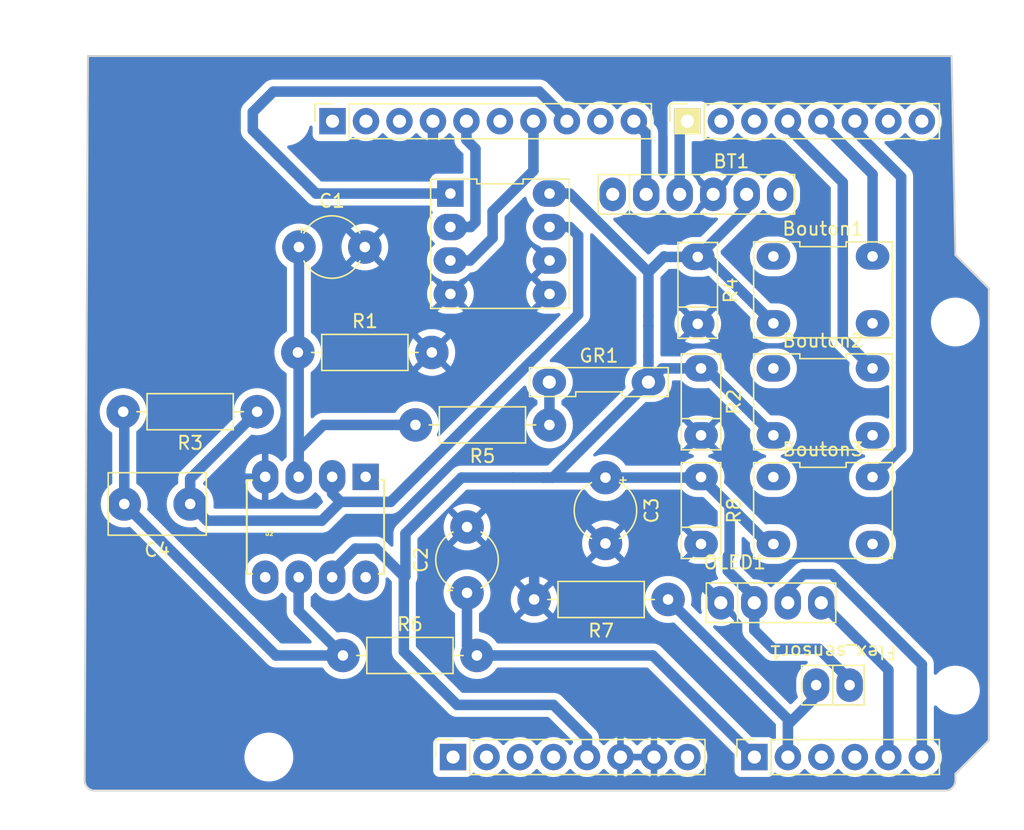
<source format=kicad_pcb>
(kicad_pcb (version 20240108) (generator "pcbnew") (generator_version "8.0")
  (title_block (date "mar. 31 mars 2015"))
  (layers (0 "F.Cu" signal) (31 "B.Cu" power) (34 "B.Paste" user) (35 "F.Paste" user) (36 "B.SilkS" user "B.Silkscreen") (37 "F.SilkS" user "F.Silkscreen") (38 "B.Mask" user) (39 "F.Mask" user) (44 "Edge.Cuts" user))
  (net 0 "")
  (net 1 "GND")
  (net 3 "+5V")
  (net 4 "/IOREF")
  (net 5 "P_SI")
  (net 6 "OLED_SCK")
  (net 7 "/A2")
  (net 8 "/A3")
  (net 9 "P_SCK")
  (net 10 "P_CS")
  (net 11 "OLED_SDT")
  (net 12 "/12")
  (net 13 "/AREF")
  (net 14 "BT_RX")
  (net 15 "FS_ADC")
  (net 16 "ADC")
  (net 17 "ER_SWITCH")
  (net 18 "/*9")
  (net 19 "BT_TX")
  (net 20 "ER_CLK")
  (net 21 "/*6")
  (net 22 "/*5")
  (net 23 "/TX{slash}1")
  (net 24 "ER_DT")
  (net 25 "/RX{slash}0")
  (net 26 "+3V3")
  (net 27 "VCC")
  (net 28 "/~{RESET}")
  (net 29 "Net-(U2-+IN)")
  (net 30 "Net-(U2-OUT)")
  (net 31 "Net-(U1-PB0)")
  (net 35 "/A5")
  (net 36 "/A4")
  (net 37 "Net-(GR1-Pad2)")
  (footprint "Connector_PinSocket_2.54mm:PinSocket_1x08_P2.54mm_Vertical" (layer "F.Cu") (at 127.94 97.46 90)
    (property "Reference" "J1" (hide yes))
    (property "Value" "Power")
    (fp_line (start 1.33 -1.33) (end 1.33 0) (stroke (width 0.12)) (layer "F.SilkS"))
    (fp_line (start 0 -1.33) (end 1.33 -1.33) (stroke (width 0.12)) (layer "F.SilkS"))
    (fp_line (start 1.33 1.27) (end 1.33 19.11) (stroke (width 0.12)) (layer "F.SilkS"))
    (fp_line (start -1.33 1.27) (end 1.33 1.27) (stroke (width 0.12)) (layer "F.SilkS"))
    (fp_line (start -1.33 1.27) (end -1.33 19.11) (stroke (width 0.12)) (layer "F.SilkS"))
    (fp_line (start -1.33 19.11) (end 1.33 19.11) (stroke (width 0.12)) (layer "F.SilkS"))
    (pad "1" thru_hole rect (at 0 0 90) (size 2 2) (drill 1) (layers "*.Cu" "*.Mask"))
    (pad "2" thru_hole oval (at 0 2.54 90) (size 2 2) (drill 1) (layers "*.Cu" "*.Mask") (net 4 "/IOREF"))
    (pad "3" thru_hole oval (at 0 5.08 90) (size 2 2) (drill 1) (layers "*.Cu" "*.Mask") (net 28 "/~{RESET}"))
    (pad "4" thru_hole oval (at 0 7.62 90) (size 2 2) (drill 1) (layers "*.Cu" "*.Mask") (net 26 "+3V3"))
    (pad "5" thru_hole oval (at 0 10.16 90) (size 2 2) (drill 1) (layers "*.Cu" "*.Mask") (net 3 "+5V"))
    (pad "6" thru_hole oval (at 0 12.7 90) (size 2 2) (drill 1) (layers "*.Cu" "*.Mask") (net 1 "GND"))
    (pad "7" thru_hole oval (at 0 15.24 90) (size 2 2) (drill 1) (layers "*.Cu" "*.Mask") (net 1 "GND"))
    (pad "8" thru_hole oval (at 0 17.78 90) (size 2 2) (drill 1) (layers "*.Cu" "*.Mask") (net 27 "VCC"))
  )
  (footprint "Connector_PinSocket_2.54mm:PinSocket_1x06_P2.54mm_Vertical" (layer "F.Cu") (at 150.8 97.46 90)
    (property "Reference" "J3" (hide yes))
    (property "Value" "Analog")
    (fp_line (start 1.33 -1.33) (end 1.33 0) (stroke (width 0.12)) (layer "F.SilkS"))
    (fp_line (start 0 -1.33) (end 1.33 -1.33) (stroke (width 0.12)) (layer "F.SilkS"))
    (fp_line (start 1.33 1.27) (end 1.33 14.03) (stroke (width 0.12)) (layer "F.SilkS"))
    (fp_line (start -1.33 1.27) (end 1.33 1.27) (stroke (width 0.12)) (layer "F.SilkS"))
    (fp_line (start -1.33 1.27) (end -1.33 14.03) (stroke (width 0.12)) (layer "F.SilkS"))
    (fp_line (start -1.33 14.03) (end 1.33 14.03) (stroke (width 0.12)) (layer "F.SilkS"))
    (pad "1" thru_hole rect (at 0 0 90) (size 2 2) (drill 1) (layers "*.Cu" "*.Mask") (net 16 "ADC"))
    (pad "2" thru_hole oval (at 0 2.54 90) (size 2 2) (drill 1) (layers "*.Cu" "*.Mask") (net 15 "FS_ADC"))
    (pad "3" thru_hole oval (at 0 5.08 90) (size 2 2) (drill 1) (layers "*.Cu" "*.Mask") (net 7 "/A2"))
    (pad "4" thru_hole oval (at 0 7.62 90) (size 2 2) (drill 1) (layers "*.Cu" "*.Mask") (net 8 "/A3"))
    (pad "5" thru_hole oval (at 0 10.16 90) (size 2 2) (drill 1) (layers "*.Cu" "*.Mask") (net 11 "OLED_SDT"))
    (pad "6" thru_hole oval (at 0 12.7 90) (size 2 2) (drill 1) (layers "*.Cu" "*.Mask") (net 6 "OLED_SCK"))
  )
  (footprint "Connector_PinSocket_2.54mm:PinSocket_1x10_P2.54mm_Vertical" (layer "F.Cu") (at 118.796 49.2 90)
    (property "Reference" "J2" (hide yes))
    (property "Value" "Digital/PWM")
    (fp_line (start 1.33 -1.33) (end 1.33 0) (stroke (width 0.12)) (layer "F.SilkS"))
    (fp_line (start 0 -1.33) (end 1.33 -1.33) (stroke (width 0.12)) (layer "F.SilkS"))
    (fp_line (start 1.33 1.27) (end 1.33 24.19) (stroke (width 0.12)) (layer "F.SilkS"))
    (fp_line (start -1.33 1.27) (end 1.33 1.27) (stroke (width 0.12)) (layer "F.SilkS"))
    (fp_line (start -1.33 1.27) (end -1.33 24.19) (stroke (width 0.12)) (layer "F.SilkS"))
    (fp_line (start -1.33 24.19) (end 1.33 24.19) (stroke (width 0.12)) (layer "F.SilkS"))
    (pad "1" thru_hole rect (at 0 0 90) (size 2 2) (drill 1) (layers "*.Cu" "*.Mask") (net 35 "/A5"))
    (pad "2" thru_hole oval (at 0 2.54 90) (size 2 2) (drill 1) (layers "*.Cu" "*.Mask") (net 36 "/A4"))
    (pad "3" thru_hole oval (at 0 5.08 90) (size 2 2) (drill 1) (layers "*.Cu" "*.Mask") (net 13 "/AREF"))
    (pad "4" thru_hole oval (at 0 7.62 90) (size 2 2) (drill 1) (layers "*.Cu" "*.Mask") (net 1 "GND"))
    (pad "5" thru_hole oval (at 0 10.16 90) (size 2 2) (drill 1) (layers "*.Cu" "*.Mask") (net 9 "P_SCK"))
    (pad "6" thru_hole oval (at 0 12.7 90) (size 2 2) (drill 1) (layers "*.Cu" "*.Mask") (net 12 "/12"))
    (pad "7" thru_hole oval (at 0 15.24 90) (size 2 2) (drill 1) (layers "*.Cu" "*.Mask") (net 5 "P_SI"))
    (pad "8" thru_hole oval (at 0 17.78 90) (size 2 2) (drill 1) (layers "*.Cu" "*.Mask") (net 10 "P_CS"))
    (pad "9" thru_hole oval (at 0 20.32 90) (size 2 2) (drill 1) (layers "*.Cu" "*.Mask") (net 18 "/*9"))
    (pad "10" thru_hole oval (at 0 22.86 90) (size 2 2) (drill 1) (layers "*.Cu" "*.Mask") (net 14 "BT_RX"))
  )
  (footprint "Connector_PinSocket_2.54mm:PinSocket_1x08_P2.54mm_Vertical" (layer "F.Cu") (at 145.72 49.2 90)
    (property "Reference" "J4" (hide yes))
    (property "Value" "Digital/PWM")
    (fp_line (start 1.33 -1.33) (end 1.33 0) (stroke (width 0.12)) (layer "F.SilkS"))
    (fp_line (start 0 -1.33) (end 1.33 -1.33) (stroke (width 0.12)) (layer "F.SilkS"))
    (fp_line (start 1.33 1.27) (end 1.33 19.11) (stroke (width 0.12)) (layer "F.SilkS"))
    (fp_line (start -1.33 1.27) (end 1.33 1.27) (stroke (width 0.12)) (layer "F.SilkS"))
    (fp_line (start -1.33 1.27) (end -1.33 19.11) (stroke (width 0.12)) (layer "F.SilkS"))
    (fp_line (start -1.33 19.11) (end 1.33 19.11) (stroke (width 0.12)) (layer "F.SilkS"))
    (pad "1" thru_hole rect (at 0 0 90) (size 2 2) (drill 1) (layers "*.Cu" "*.Mask" "F.SilkS") (net 19 "BT_TX"))
    (pad "2" thru_hole oval (at 0 2.54 90) (size 2 2) (drill 1) (layers "*.Cu" "*.Mask") (net 21 "/*6"))
    (pad "3" thru_hole oval (at 0 5.08 90) (size 2 2) (drill 1) (layers "*.Cu" "*.Mask") (net 22 "/*5"))
    (pad "4" thru_hole oval (at 0 7.62 90) (size 2 2) (drill 1) (layers "*.Cu" "*.Mask") (net 24 "ER_DT"))
    (pad "5" thru_hole oval (at 0 10.16 90) (size 2 2) (drill 1) (layers "*.Cu" "*.Mask") (net 20 "ER_CLK"))
    (pad "6" thru_hole oval (at 0 12.7 90) (size 2 2) (drill 1) (layers "*.Cu" "*.Mask") (net 17 "ER_SWITCH"))
    (pad "7" thru_hole oval (at 0 15.24 90) (size 2 2) (drill 1) (layers "*.Cu" "*.Mask") (net 23 "/TX{slash}1"))
    (pad "8" thru_hole oval (at 0 17.78 90) (size 2 2) (drill 1) (layers "*.Cu" "*.Mask") (net 25 "/RX{slash}0"))
  )
  (footprint "Resistor_THT:R_Axial_DIN0207_L6.3mm_D2.5mm_P10.16mm_Horizontal" (layer "F.Cu") (at 113.08 71.25 180)
    (property "Reference" "R3" (at 5.08 -2.37 180) (layer "F.SilkS"))
    (property "Value" "100k")
    (fp_line (start 9.12 0) (end 8.35 0) (stroke (width 0.12)) (layer "F.SilkS"))
    (fp_line (start 8.35 1.37) (end 8.35 -1.37) (stroke (width 0.12)) (layer "F.SilkS"))
    (fp_line (start 8.35 -1.37) (end 1.81 -1.37) (stroke (width 0.12)) (layer "F.SilkS"))
    (fp_line (start 1.81 1.37) (end 8.35 1.37) (stroke (width 0.12)) (layer "F.SilkS"))
    (fp_line (start 1.81 -1.37) (end 1.81 1.37) (stroke (width 0.12)) (layer "F.SilkS"))
    (fp_line (start 1.04 0) (end 1.81 0) (stroke (width 0.12)) (layer "F.SilkS"))
    (pad "1" thru_hole circle (at 0 0 180) (size 2.54 2.54) (drill 0.8) (layers "*.Cu" "*.Mask") (net 31 "Net-(U1-PB0)"))
    (pad "2" thru_hole circle (at 10.16 0 180) (size 2.54 2.54) (drill 0.8) (layers "*.Cu" "*.Mask") (net 30 "Net-(U2-OUT)"))
  )
  (footprint "MaLyb_projet:Res_debout" (layer "F.Cu") (at 146.75 78.75 90)
    (property "Reference" "R8" (at 0 2.5 90) (layer "F.SilkS"))
    (property "Value" "~")
    (fp_line (start 3.64 -1.5) (end 3.64 1.5) (stroke (width 0.12)) (layer "F.SilkS"))
    (fp_line (start -1.27 -1.5) (end -1.27 1.5) (stroke (width 0.12)) (layer "F.SilkS"))
    (fp_line (start -3.64 -1.5) (end 3.64 -1.5) (stroke (width 0.12)) (layer "F.SilkS"))
    (fp_line (start 3.64 1.5) (end -3.64 1.5) (stroke (width 0.12)) (layer "F.SilkS"))
    (fp_line (start -3.64 1.5) (end -3.64 -1.5) (stroke (width 0.12)) (layer "F.SilkS"))
    (pad "1" thru_hole oval (at -2.54 0 90) (size 2 2.54) (drill 0.8) (layers "*.Cu" "*.Mask") (net 1 "GND"))
    (pad "2" thru_hole oval (at 2.54 0 90) (size 2 2.54) (drill 0.8) (layers "*.Cu" "*.Mask") (net 3 "+5V"))
  )
  (footprint "MaLyb_projet:Bouton" (layer "F.Cu") (at 156 78.75 -90)
    (property "Reference" "Bouton3" (at -4.64 0 0) (layer "F.SilkS"))
    (property "Value" "~")
    (fp_line (start -3.64 5.26) (end 3.639999 5.26) (stroke (width 0.12)) (layer "F.SilkS"))
    (fp_line (start 3.639999 5.26) (end 3.64 -5.26) (stroke (width 0.12)) (layer "F.SilkS"))
    (fp_line (start -3.64 1.753333) (end -3.64 5.26) (stroke (width 0.12)) (layer "F.SilkS"))
    (fp_line (start -3.28 1.753333) (end -3.64 1.753333) (stroke (width 0.12)) (layer "F.SilkS"))
    (fp_line (start -3.64 -1.753333) (end -3.28 -1.753333) (stroke (width 0.12)) (layer "F.SilkS"))
    (fp_line (start -3.28 -1.753333) (end -3.28 1.753333) (stroke (width 0.12)) (layer "F.SilkS"))
    (fp_line (start -3.639999 -5.26) (end -3.64 -1.753333) (stroke (width 0.12)) (layer "F.SilkS"))
    (fp_line (start 3.64 -5.26) (end -3.639999 -5.26) (stroke (width 0.12)) (layer "F.SilkS"))
    (pad "1" thru_hole oval (at -2.54 3.76 270) (size 2 2.54) (drill 0.8) (layers "*.Cu" "*.Mask"))
    (pad "2" thru_hole oval (at 2.54 3.76 270) (size 2 2.54) (drill 0.8) (layers "*.Cu" "*.Mask") (net 3 "+5V"))
    (pad "3" thru_hole oval (at -2.54 -3.76 270) (size 2 2.54) (drill 0.8) (layers "*.Cu" "*.Mask") (net 17 "ER_SWITCH"))
    (pad "4" thru_hole oval (at 2.54 -3.76 270) (size 2 2.54) (drill 0.8) (layers "*.Cu" "*.Mask"))
  )
  (footprint "MaLyb_projet:OLED" (layer "F.Cu") (at 152.06 85.75)
    (property "Reference" "OLED1" (at -2.75 -3.06 0) (layer "F.SilkS"))
    (property "Value" "~")
    (fp_line (start -4.91 -1.5) (end 4.91 -1.5) (stroke (width 0.12)) (layer "F.SilkS"))
    (fp_line (start -4.91 1.5) (end -4.91 -1.5) (stroke (width 0.12)) (layer "F.SilkS"))
    (fp_line (start -2.54 -1.5) (end -2.54 1.5) (stroke (width 0.12)) (layer "F.SilkS"))
    (fp_line (start 4.91 -1.5) (end 4.91 1.5) (stroke (width 0.12)) (layer "F.SilkS"))
    (fp_line (start 4.91 1.5) (end -4.91 1.5) (stroke (width 0.12)) (layer "F.SilkS"))
    (pad "1" thru_hole oval (at -3.81 0) (size 2 2.54) (drill 1) (layers "*.Cu" "*.Mask") (net 1 "GND"))
    (pad "2" thru_hole oval (at -1.27 0) (size 2 2.54) (drill 1) (layers "*.Cu" "*.Mask") (net 3 "+5V"))
    (pad "3" thru_hole oval (at 1.27 0) (size 2 2.54) (drill 1) (layers "*.Cu" "*.Mask") (net 6 "OLED_SCK"))
    (pad "4" thru_hole oval (at 3.81 0) (size 2 2.54) (drill 1) (layers "*.Cu" "*.Mask") (net 11 "OLED_SDT"))
  )
  (footprint "Capacitor_THT:CP_Radial_Tantal_D4.5mm_P5.00mm" (layer "F.Cu") (at 116.25 58.75)
    (property "Reference" "C1" (at 2.5 -3.5 0) (layer "F.SilkS"))
    (property "Value" "100n")
    (fp_line (start -0.037288 -1.335) (end 0.412712 -1.335) (stroke (width 0.12)) (layer "F.SilkS"))
    (fp_line (start 0.187712 -1.56) (end 0.187712 -1.11) (stroke (width 0.12)) (layer "F.SilkS"))
    (fp_arc (start 0.380259 -1.06) (mid 2.5 -2.37) (end 4.619741 -1.06) (stroke (width 0.12)) (layer "F.SilkS"))
    (fp_arc (start 4.619741 1.06) (mid 2.5 2.37) (end 0.380259 1.06) (stroke (width 0.12)) (layer "F.SilkS"))
    (pad "1" thru_hole circle (at 0 0) (size 2.54 2.54) (drill 0.8) (layers "*.Cu" "*.Mask") (net 29 "Net-(U2-+IN)"))
    (pad "2" thru_hole circle (at 5 0) (size 2.54 2.54) (drill 0.8) (layers "*.Cu" "*.Mask") (net 1 "GND"))
  )
  (footprint "Capacitor_THT:C_Rect_L7.2mm_W4.5mm_P5.00mm_FKS2_FKP2_MKS2_MKP2" (layer "F.Cu") (at 108 78.25 180)
    (property "Reference" "C4" (at 2.5 -3.5 180) (layer "F.SilkS"))
    (property "Value" "1µ")
    (fp_line (start 6.22 -2.37) (end 6.22 2.37) (stroke (width 0.12)) (layer "F.SilkS"))
    (fp_line (start -1.22 2.37) (end 6.22 2.37) (stroke (width 0.12)) (layer "F.SilkS"))
    (fp_line (start -1.22 -2.37) (end 6.22 -2.37) (stroke (width 0.12)) (layer "F.SilkS"))
    (fp_line (start -1.22 -2.37) (end -1.22 2.37) (stroke (width 0.12)) (layer "F.SilkS"))
    (pad "1" thru_hole circle (at 0 0 180) (size 2.54 2.54) (drill 0.8) (layers "*.Cu" "*.Mask") (net 31 "Net-(U1-PB0)"))
    (pad "2" thru_hole circle (at 5 0 180) (size 2.54 2.54) (drill 0.8) (layers "*.Cu" "*.Mask") (net 30 "Net-(U2-OUT)"))
  )
  (footprint "Resistor_THT:R_Axial_DIN0207_L6.3mm_D2.5mm_P10.16mm_Horizontal" (layer "F.Cu") (at 144.25 85.5 180)
    (property "Reference" "R7" (at 5.08 -2.37 180) (layer "F.SilkS"))
    (property "Value" "47k")
    (fp_line (start 9.12 0) (end 8.35 0) (stroke (width 0.12)) (layer "F.SilkS"))
    (fp_line (start 8.35 1.37) (end 8.35 -1.37) (stroke (width 0.12)) (layer "F.SilkS"))
    (fp_line (start 8.35 -1.37) (end 1.81 -1.37) (stroke (width 0.12)) (layer "F.SilkS"))
    (fp_line (start 1.81 1.37) (end 8.35 1.37) (stroke (width 0.12)) (layer "F.SilkS"))
    (fp_line (start 1.81 -1.37) (end 1.81 1.37) (stroke (width 0.12)) (layer "F.SilkS"))
    (fp_line (start 1.04 0) (end 1.81 0) (stroke (width 0.12)) (layer "F.SilkS"))
    (pad "1" thru_hole circle (at 0 0 180) (size 2.54 2.54) (drill 0.8) (layers "*.Cu" "*.Mask") (net 15 "FS_ADC"))
    (pad "2" thru_hole circle (at 10.16 0 180) (size 2.54 2.54) (drill 0.8) (layers "*.Cu" "*.Mask") (net 1 "GND"))
  )
  (footprint "Capacitor_THT:CP_Radial_Tantal_D4.5mm_P5.00mm" (layer "F.Cu") (at 139.5 76.25 -90)
    (property "Reference" "C3" (at 2.5 -3.5 90) (layer "F.SilkS"))
    (property "Value" "100n")
    (fp_line (start -0.037288 -1.335) (end 0.412712 -1.335) (stroke (width 0.12)) (layer "F.SilkS"))
    (fp_line (start 0.187712 -1.56) (end 0.187712 -1.11) (stroke (width 0.12)) (layer "F.SilkS"))
    (fp_arc (start 4.619741 1.06) (mid 2.5 2.37) (end 0.380259 1.06) (stroke (width 0.12)) (layer "F.SilkS"))
    (fp_arc (start 0.380259 -1.06) (mid 2.5 -2.37) (end 4.619741 -1.06) (stroke (width 0.12)) (layer "F.SilkS"))
    (pad "1" thru_hole circle (at 0 0 270) (size 2.54 2.54) (drill 0.8) (layers "*.Cu" "*.Mask") (net 3 "+5V"))
    (pad "2" thru_hole circle (at 5 0 270) (size 2.54 2.54) (drill 0.8) (layers "*.Cu" "*.Mask") (net 1 "GND"))
  )
  (footprint "MaLyb_projet:MCP41100" (layer "F.Cu") (at 131.5 58.5 -90)
    (property "Reference" "U1" (hide yes))
    (property "Value" "MCP41100")
    (fp_line (start -4.91 5.26) (end 4.91 5.26) (stroke (width 0.12)) (layer "F.SilkS"))
    (fp_line (start 4.91 5.26) (end 4.91 -5.26) (stroke (width 0.12)) (layer "F.SilkS"))
    (fp_line (start -4.91 1.753333) (end -4.91 5.26) (stroke (width 0.12)) (layer "F.SilkS"))
    (fp_line (start -4.55 1.753333) (end -4.91 1.753333) (stroke (width 0.12)) (layer "F.SilkS"))
    (fp_line (start -4.91 -1.753333) (end -4.55 -1.753333) (stroke (width 0.12)) (layer "F.SilkS"))
    (fp_line (start -4.55 -1.753333) (end -4.55 1.753333) (stroke (width 0.12)) (layer "F.SilkS"))
    (fp_line (start -4.91 -5.26) (end -4.91 -1.753333) (stroke (width 0.12)) (layer "F.SilkS"))
    (fp_line (start 4.91 -5.26) (end -4.91 -5.26) (stroke (width 0.12)) (layer "F.SilkS"))
    (pad "1" thru_hole rect (at -3.81 3.76 270) (size 2 2) (drill 0.8) (layers "*.Cu" "*.Mask") (net 10 "P_CS"))
    (pad "2" thru_hole oval (at -1.27 3.76 270) (size 2 2.54) (drill 0.8) (layers "*.Cu" "*.Mask") (net 9 "P_SCK"))
    (pad "3" thru_hole oval (at 1.27 3.76 270) (size 2 2.54) (drill 0.8) (layers "*.Cu" "*.Mask") (net 5 "P_SI"))
    (pad "4" thru_hole oval (at 3.81 3.76 270) (size 2 2.54) (drill 0.8) (layers "*.Cu" "*.Mask") (net 1 "GND"))
    (pad "5" thru_hole oval (at 3.81 -3.76 270) (size 2 2.54) (drill 0.8) (layers "*.Cu" "*.Mask") (net 1 "GND"))
    (pad "6" thru_hole oval (at 1.27 -3.76 270) (size 2 2.54) (drill 0.8) (layers "*.Cu" "*.Mask") (net 1 "GND"))
    (pad "7" thru_hole oval (at -1.27 -3.76 270) (size 2 2.54) (drill 0.8) (layers "*.Cu" "*.Mask") (net 31 "Net-(U1-PB0)"))
    (pad "8" thru_hole oval (at -3.81 -3.76 270) (size 2 2.54) (drill 0.8) (layers "*.Cu" "*.Mask") (net 3 "+5V"))
  )
  (footprint "Arduino_MountingHole:MountingHole_3.2mm" (layer "F.Cu") (at 115.24 49.2)
    (property "Reference" "MH1" (hide yes))
    (property "Value" "MountingHole_3.2mm" (hide yes))
    (pad "" np_thru_hole circle (at 0 0) (size 3.2 3.2) (drill 3.2) (layers "*.Cu" "*.Mask"))
  )
  (footprint "MaLyb_projet:Res_debout" (layer "F.Cu") (at 146.75 70.5 90)
    (property "Reference" "R2" (at 0 2.5 90) (layer "F.SilkS"))
    (property "Value" "~")
    (fp_line (start 3.64 -1.5) (end 3.64 1.5) (stroke (width 0.12)) (layer "F.SilkS"))
    (fp_line (start -1.27 -1.5) (end -1.27 1.5) (stroke (width 0.12)) (layer "F.SilkS"))
    (fp_line (start -3.64 -1.5) (end 3.64 -1.5) (stroke (width 0.12)) (layer "F.SilkS"))
    (fp_line (start 3.64 1.5) (end -3.64 1.5) (stroke (width 0.12)) (layer "F.SilkS"))
    (fp_line (start -3.64 1.5) (end -3.64 -1.5) (stroke (width 0.12)) (layer "F.SilkS"))
    (pad "1" thru_hole oval (at -2.54 0 90) (size 2 2.54) (drill 0.8) (layers "*.Cu" "*.Mask") (net 1 "GND"))
    (pad "2" thru_hole oval (at 2.54 0 90) (size 2 2.54) (drill 0.8) (layers "*.Cu" "*.Mask") (net 3 "+5V"))
  )
  (footprint "MaLyb_projet:Bouton" (layer "F.Cu") (at 156 62 -90)
    (property "Reference" "Bouton1" (at -4.64 0 0) (layer "F.SilkS"))
    (property "Value" "~")
    (fp_line (start -3.64 5.26) (end 3.639999 5.26) (stroke (width 0.12)) (layer "F.SilkS"))
    (fp_line (start 3.639999 5.26) (end 3.64 -5.26) (stroke (width 0.12)) (layer "F.SilkS"))
    (fp_line (start -3.64 1.753333) (end -3.64 5.26) (stroke (width 0.12)) (layer "F.SilkS"))
    (fp_line (start -3.28 1.753333) (end -3.64 1.753333) (stroke (width 0.12)) (layer "F.SilkS"))
    (fp_line (start -3.64 -1.753333) (end -3.28 -1.753333) (stroke (width 0.12)) (layer "F.SilkS"))
    (fp_line (start -3.28 -1.753333) (end -3.28 1.753333) (stroke (width 0.12)) (layer "F.SilkS"))
    (fp_line (start -3.639999 -5.26) (end -3.64 -1.753333) (stroke (width 0.12)) (layer "F.SilkS"))
    (fp_line (start 3.64 -5.26) (end -3.639999 -5.26) (stroke (width 0.12)) (layer "F.SilkS"))
    (pad "1" thru_hole oval (at -2.54 3.76 270) (size 2 2.54) (drill 0.8) (layers "*.Cu" "*.Mask"))
    (pad "2" thru_hole oval (at 2.54 3.76 270) (size 2 2.54) (drill 0.8) (layers "*.Cu" "*.Mask") (net 3 "+5V"))
    (pad "3" thru_hole oval (at -2.54 -3.76 270) (size 2 2.54) (drill 0.8) (layers "*.Cu" "*.Mask") (net 20 "ER_CLK"))
    (pad "4" thru_hole oval (at 2.54 -3.76 270) (size 2 2.54) (drill 0.8) (layers "*.Cu" "*.Mask"))
  )
  (footprint "Capacitor_THT:CP_Radial_Tantal_D4.5mm_P5.00mm" (layer "F.Cu") (at 129 85 90)
    (property "Reference" "C2" (at 2.5 -3.5 -90) (layer "F.SilkS"))
    (property "Value" "100n")
    (fp_line (start 0.187712 -1.56) (end 0.187712 -1.11) (stroke (width 0.12)) (layer "F.SilkS"))
    (fp_line (start -0.037288 -1.335) (end 0.412712 -1.335) (stroke (width 0.12)) (layer "F.SilkS"))
    (fp_arc (start 0.380259 -1.06) (mid 2.5 -2.37) (end 4.619741 -1.06) (stroke (width 0.12)) (layer "F.SilkS"))
    (fp_arc (start 4.619741 1.06) (mid 2.5 2.37) (end 0.380259 1.06) (stroke (width 0.12)) (layer "F.SilkS"))
    (pad "1" thru_hole circle (at 0 0 90) (size 2.54 2.54) (drill 0.8) (layers "*.Cu" "*.Mask") (net 16 "ADC"))
    (pad "2" thru_hole circle (at 5 0 90) (size 2.54 2.54) (drill 0.8) (layers "*.Cu" "*.Mask") (net 1 "GND"))
  )
  (footprint "Resistor_THT:R_Axial_DIN0207_L6.3mm_D2.5mm_P10.16mm_Horizontal" (layer "F.Cu") (at 119.59 89.75)
    (property "Reference" "R6" (at 5.08 -2.37 0) (layer "F.SilkS"))
    (property "Value" "1k")
    (fp_line (start 1.04 0) (end 1.81 0) (stroke (width 0.12)) (layer "F.SilkS"))
    (fp_line (start 1.81 -1.37) (end 1.81 1.37) (stroke (width 0.12)) (layer "F.SilkS"))
    (fp_line (start 1.81 1.37) (end 8.35 1.37) (stroke (width 0.12)) (layer "F.SilkS"))
    (fp_line (start 8.35 -1.37) (end 1.81 -1.37) (stroke (width 0.12)) (layer "F.SilkS"))
    (fp_line (start 8.35 1.37) (end 8.35 -1.37) (stroke (width 0.12)) (layer "F.SilkS"))
    (fp_line (start 9.12 0) (end 8.35 0) (stroke (width 0.12)) (layer "F.SilkS"))
    (pad "1" thru_hole circle (at 0 0) (size 2.54 2.54) (drill 0.8) (layers "*.Cu" "*.Mask") (net 30 "Net-(U2-OUT)"))
    (pad "2" thru_hole circle (at 10.16 0) (size 2.54 2.54) (drill 0.8) (layers "*.Cu" "*.Mask") (net 16 "ADC"))
  )
  (footprint "MaLyb_projet:LTC1050" (layer "F.Cu") (at 113.69 83.81 -90)
    (property "Reference" "U2" (at -3.31 -0.31 180) (layer "F.SilkS") (effects (font (size 0.314961 0.314961))))
    (property "Value" "LTC1050ACN8_PBF")
    (fp_line (start -7.366 1.397) (end -0.254 1.397) (stroke (width 0.1524)) (layer "F.SilkS"))
    (fp_line (start -0.254 1.397) (end -0.254 0.9906) (stroke (width 0.1524)) (layer "F.SilkS"))
    (fp_line (start -7.366 0.9906) (end -7.366 1.397) (stroke (width 0.1524)) (layer "F.SilkS"))
    (fp_line (start -0.254 -8.6106) (end -0.254 -9.017) (stroke (width 0.1524)) (layer "F.SilkS"))
    (fp_line (start -7.366 -9.017) (end -7.366 -8.6614) (stroke (width 0.1524)) (layer "F.SilkS"))
    (fp_line (start -0.254 -9.017) (end -7.366 -9.017) (stroke (width 0.1524)) (layer "F.SilkS"))
    (pad "1" thru_hole rect (at -7.62 -7.62 270) (size 2 2) (drill 0.8) (layers "*.Cu" "*.Mask"))
    (pad "2" thru_hole oval (at -7.62 -5.08 270) (size 2.54 2) (drill 0.8) (layers "*.Cu" "*.Mask") (net 31 "Net-(U1-PB0)"))
    (pad "3" thru_hole oval (at -7.62 -2.54 270) (size 2.54 2) (drill 0.8) (layers "*.Cu" "*.Mask") (net 29 "Net-(U2-+IN)"))
    (pad "4" thru_hole oval (at -7.62 0 270) (size 2.54 2) (drill 0.8) (layers "*.Cu" "*.Mask") (net 1 "GND"))
    (pad "5" thru_hole oval (at 0 0 270) (size 2.54 2) (drill 0.8) (layers "*.Cu" "*.Mask"))
    (pad "6" thru_hole oval (at 0 -2.54 270) (size 2.54 2) (drill 0.8) (layers "*.Cu" "*.Mask") (net 30 "Net-(U2-OUT)"))
    (pad "7" thru_hole oval (at 0 -5.08 270) (size 2.54 2) (drill 0.8) (layers "*.Cu" "*.Mask") (net 3 "+5V"))
    (pad "8" thru_hole oval (at 0 -7.62 270) (size 2.54 2) (drill 0.8) (layers "*.Cu" "*.Mask"))
  )
  (footprint "MaLyb_projet:Res_debout" (layer "F.Cu") (at 146.5 62.04 90)
    (property "Reference" "R4" (at 0 2.5 90) (layer "F.SilkS"))
    (property "Value" "~")
    (fp_line (start 3.64 -1.5) (end 3.64 1.5) (stroke (width 0.12)) (layer "F.SilkS"))
    (fp_line (start -1.27 -1.5) (end -1.27 1.5) (stroke (width 0.12)) (layer "F.SilkS"))
    (fp_line (start -3.64 -1.5) (end 3.64 -1.5) (stroke (width 0.12)) (layer "F.SilkS"))
    (fp_line (start 3.64 1.5) (end -3.64 1.5) (stroke (width 0.12)) (layer "F.SilkS"))
    (fp_line (start -3.64 1.5) (end -3.64 -1.5) (stroke (width 0.12)) (layer "F.SilkS"))
    (pad "1" thru_hole oval (at -2.54 0 90) (size 2 2.54) (drill 0.8) (layers "*.Cu" "*.Mask") (net 1 "GND"))
    (pad "2" thru_hole oval (at 2.54 0 90) (size 2 2.54) (drill 0.8) (layers "*.Cu" "*.Mask") (net 3 "+5V"))
  )
  (footprint "MaLyb_projet:Capteur_GR" (layer "F.Cu") (at 139 69 90)
    (property "Reference" "GR1" (at 2 0 0) (layer "F.SilkS"))
    (property "Value" "~")
    (fp_line (start 1.1 -5.26) (end -1.099999 -5.26) (stroke (width 0.12)) (layer "F.SilkS"))
    (fp_line (start -1.099999 -5.26) (end -1.1 -1.753333) (stroke (width 0.12)) (layer "F.SilkS"))
    (fp_line (start -0.739999 -1.753333) (end -0.74 1.753333) (stroke (width 0.12)) (layer "F.SilkS"))
    (fp_line (start -1.1 -1.753333) (end -0.739999 -1.753333) (stroke (width 0.12)) (layer "F.SilkS"))
    (fp_line (start -0.74 1.753333) (end -1.1 1.753333) (stroke (width 0.12)) (layer "F.SilkS"))
    (fp_line (start -1.1 1.753333) (end -1.1 5.26) (stroke (width 0.12)) (layer "F.SilkS"))
    (fp_line (start 1.099999 5.26) (end 1.1 -5.26) (stroke (width 0.12)) (layer "F.SilkS"))
    (fp_line (start -1.1 5.26) (end 1.099999 5.26) (stroke (width 0.12)) (layer "F.SilkS"))
    (pad "1" thru_hole oval (at 0 3.76 90) (size 2 2.54) (drill 1) (layers "*.Cu" "*.Mask") (net 3 "+5V"))
    (pad "2" thru_hole oval (at 0 -3.76 90) (size 2 2.54) (drill 1) (layers "*.Cu" "*.Mask") (net 37 "Net-(GR1-Pad2)"))
  )
  (footprint "Resistor_THT:R_Axial_DIN0207_L6.3mm_D2.5mm_P10.16mm_Horizontal" (layer "F.Cu") (at 135.25 72.25 180)
    (property "Reference" "R5" (at 5.08 -2.37 180) (layer "F.SilkS"))
    (property "Value" "10k")
    (fp_line (start 9.12 0) (end 8.35 0) (stroke (width 0.12)) (layer "F.SilkS"))
    (fp_line (start 8.35 1.37) (end 8.35 -1.37) (stroke (width 0.12)) (layer "F.SilkS"))
    (fp_line (start 8.35 -1.37) (end 1.81 -1.37) (stroke (width 0.12)) (layer "F.SilkS"))
    (fp_line (start 1.81 1.37) (end 8.35 1.37) (stroke (width 0.12)) (layer "F.SilkS"))
    (fp_line (start 1.81 -1.37) (end 1.81 1.37) (stroke (width 0.12)) (layer "F.SilkS"))
    (fp_line (start 1.04 0) (end 1.81 0) (stroke (width 0.12)) (layer "F.SilkS"))
    (pad "1" thru_hole circle (at 0 0 180) (size 2.54 2.54) (drill 0.8) (layers "*.Cu" "*.Mask") (net 37 "Net-(GR1-Pad2)"))
    (pad "2" thru_hole circle (at 10.16 0 180) (size 2.54 2.54) (drill 0.8) (layers "*.Cu" "*.Mask") (net 29 "Net-(U2-+IN)"))
  )
  (footprint "Resistor_THT:R_Axial_DIN0207_L6.3mm_D2.5mm_P10.16mm_Horizontal" (layer "F.Cu") (at 116.17 66.75)
    (property "Reference" "R1" (at 5.08 -2.37 0) (layer "F.SilkS"))
    (property "Value" "100k")
    (fp_line (start 1.04 0) (end 1.81 0) (stroke (width 0.12)) (layer "F.SilkS"))
    (fp_line (start 1.81 -1.37) (end 1.81 1.37) (stroke (width 0.12)) (layer "F.SilkS"))
    (fp_line (start 1.81 1.37) (end 8.35 1.37) (stroke (width 0.12)) (layer "F.SilkS"))
    (fp_line (start 8.35 -1.37) (end 1.81 -1.37) (stroke (width 0.12)) (layer "F.SilkS"))
    (fp_line (start 8.35 1.37) (end 8.35 -1.37) (stroke (width 0.12)) (layer "F.SilkS"))
    (fp_line (start 9.12 0) (end 8.35 0) (stroke (width 0.12)) (layer "F.SilkS"))
    (pad "1" thru_hole circle (at 0 0) (size 2.54 2.54) (drill 0.8) (layers "*.Cu" "*.Mask") (net 29 "Net-(U2-+IN)"))
    (pad "2" thru_hole circle (at 10.16 0) (size 2.54 2.54) (drill 0.8) (layers "*.Cu" "*.Mask") (net 1 "GND"))
  )
  (footprint "MaLyb_projet:Bouton" (layer "F.Cu") (at 156 70.5 -90)
    (property "Reference" "Bouton2" (at -4.64 0 0) (layer "F.SilkS"))
    (property "Value" "~")
    (fp_line (start -3.64 5.26) (end 3.639999 5.26) (stroke (width 0.12)) (layer "F.SilkS"))
    (fp_line (start 3.639999 5.26) (end 3.64 -5.26) (stroke (width 0.12)) (layer "F.SilkS"))
    (fp_line (start -3.64 1.753333) (end -3.64 5.26) (stroke (width 0.12)) (layer "F.SilkS"))
    (fp_line (start -3.28 1.753333) (end -3.64 1.753333) (stroke (width 0.12)) (layer "F.SilkS"))
    (fp_line (start -3.64 -1.753333) (end -3.28 -1.753333) (stroke (width 0.12)) (layer "F.SilkS"))
    (fp_line (start -3.28 -1.753333) (end -3.28 1.753333) (stroke (width 0.12)) (layer "F.SilkS"))
    (fp_line (start -3.639999 -5.26) (end -3.64 -1.753333) (stroke (width 0.12)) (layer "F.SilkS"))
    (fp_line (start 3.64 -5.26) (end -3.639999 -5.26) (stroke (width 0.12)) (layer "F.SilkS"))
    (pad "1" thru_hole oval (at -2.54 3.76 270) (size 2 2.54) (drill 0.8) (layers "*.Cu" "*.Mask"))
    (pad "2" thru_hole oval (at 2.54 3.76 270) (size 2 2.54) (drill 0.8) (layers "*.Cu" "*.Mask") (net 3 "+5V"))
    (pad "3" thru_hole oval (at -2.54 -3.76 270) (size 2 2.54) (drill 0.8) (layers "*.Cu" "*.Mask") (net 24 "ER_DT"))
    (pad "4" thru_hole oval (at 2.54 -3.76 270) (size 2 2.54) (drill 0.8) (layers "*.Cu" "*.Mask"))
  )
  (footprint "Arduino_MountingHole:MountingHole_3.2mm" (layer "F.Cu") (at 113.97 97.46)
    (property "Reference" "MH2" (hide yes))
    (property "Value" "MountingHole_3.2mm" (hide yes))
    (pad "" np_thru_hole circle (at 0 0) (size 3.2 3.2) (drill 3.2) (layers "*.Cu" "*.Mask"))
  )
  (footprint "Arduino_MountingHole:MountingHole_3.2mm" (layer "F.Cu") (at 166.04 64.44)
    (property "Reference" "MH3" (hide yes))
    (property "Value" "MountingHole_3.2mm" (hide yes))
    (pad "" np_thru_hole circle (at 0 0) (size 3.2 3.2) (drill 3.2) (layers "*.Cu" "*.Mask"))
  )
  (footprint "Arduino_MountingHole:MountingHole_3.2mm" (layer "F.Cu") (at 166.04 92.38)
    (property "Reference" "MH4" (hide yes))
    (property "Value" "MountingHole_3.2mm" (hide yes))
    (pad "" np_thru_hole circle (at 0 0) (size 3.2 3.2) (drill 3.2) (layers "*.Cu" "*.Mask"))
  )
  (footprint "MaLyb_projet:Flex_Sensor" (layer "F.Cu") (at 156.75 92 180)
    (property "Reference" "Flex_sensor1" (at 0 2.5 180) (layer "F.SilkS"))
    (property "Value" "~")
    (fp_line (start 2.37 1.5) (end -2.37 1.5) (stroke (width 0.12)) (layer "F.SilkS"))
    (fp_line (start 2.37 -1.5) (end 2.37 1.5) (stroke (width 0.12)) (layer "F.SilkS"))
    (fp_line (start 0 -1.5) (end 0 1.5) (stroke (width 0.12)) (layer "F.SilkS"))
    (fp_line (start -2.37 1.5) (end -2.37 -1.5) (stroke (width 0.12)) (layer "F.SilkS"))
    (fp_line (start -2.37 -1.5) (end 2.37 -1.5) (stroke (width 0.12)) (layer "F.SilkS"))
    (pad "1" thru_hole oval (at -1.27 0 180) (size 2 2.54) (drill 0.8) (layers "*.Cu" "*.Mask") (net 3 "+5V"))
    (pad "2" thru_hole oval (at 1.27 0 180) (size 2 2.54) (drill 0.8) (layers "*.Cu" "*.Mask") (net 15 "FS_ADC"))
  )
  (footprint "MaLyb_projet:HT-05" (layer "F.Cu") (at 146.4 54.75)
    (property "Reference" "BT1" (at 2.65 -2.5 0) (layer "F.SilkS"))
    (property "Value" "~")
    (fp_line (start -7.45 -1.5) (end 7.45 -1.5) (stroke (width 0.12)) (layer "F.SilkS"))
    (fp_line (start -7.45 1.5) (end -7.45 -1.5) (stroke (width 0.12)) (layer "F.SilkS"))
    (fp_line (start -5.08 -1.5) (end -5.08 1.5) (stroke (width 0.12)) (layer "F.SilkS"))
    (fp_line (start 7.45 -1.5) (end 7.45 1.5) (stroke (width 0.12)) (layer "F.SilkS"))
    (fp_line (start 7.45 1.5) (end -7.45 1.5) (stroke (width 0.12)) (layer "F.SilkS"))
    (pad "1" thru_hole oval (at -6.35 0) (size 2 2.54) (drill 1) (layers "*.Cu" "*.Mask"))
    (pad "2" thru_hole oval (at -3.81 0) (size 2 2.54) (drill 1) (layers "*.Cu" "*.Mask") (net 14 "BT_RX"))
    (pad "3" thru_hole oval (at -1.27 0) (size 2 2.54) (drill 1) (layers "*.Cu" "*.Mask" "Eco2.User") (net 19 "BT_TX"))
    (pad "4" thru_hole oval (at 1.27 0) (size 2 2.54) (drill 1) (layers "*.Cu" "*.Mask") (net 1 "GND"))
    (pad "5" thru_hole oval (at 3.81 0) (size 2 2.54) (drill 1) (layers "*.Cu" "*.Mask") (net 3 "+5V"))
    (pad "6" thru_hole oval (at 6.35 0) (size 2 2.54) (drill 1) (layers "*.Cu" "*.Mask"))
  )
  (gr_line (start 166.04 59.36) (end 168.58 61.9) (stroke (width 0.15)) (layer "Edge.Cuts"))
  (gr_line (start 100 99.238) (end 100.25 44.25) (stroke (width 0.15)) (layer "Edge.Cuts"))
  (gr_line (start 168.58 61.9) (end 168.58 96.19) (stroke (width 0.15)) (layer "Edge.Cuts"))
  (gr_line (start 165.278 100) (end 100.762 100) (stroke (width 0.15)) (layer "Edge.Cuts"))
  (gr_line (start 100.25 44.25) (end 165.75 44.25) (stroke (width 0.15)) (layer "Edge.Cuts"))
  (gr_arc (start 100.762 100) (mid 100.223185 99.776815) (end 100 99.238) (stroke (width 0.15)) (layer "Edge.Cuts"))
  (gr_line (start 168.58 96.19) (end 166.04 98.73) (stroke (width 0.15)) (layer "Edge.Cuts"))
  (gr_arc (start 166.04 99.238) (mid 165.816815 99.776815) (end 165.278 100) (stroke (width 0.15)) (layer "Edge.Cuts"))
  (gr_line (start 165.75 44.25) (end 166.04 59.36) (stroke (width 0.15)) (layer "Edge.Cuts"))
  (gr_line (start 166.04 98.73) (end 166.04 99.238) (stroke (width 0.15)) (layer "Edge.Cuts"))
  (segment (start 126.416 51.416) (end 126.5 51.5) (width 0.8) (layer "B.Cu") (net 1))
  (segment (start 126.416 49.2) (end 126.416 51.416) (width 0.8) (layer "B.Cu") (net 1))
  (segment (start 134.09 85.5) (end 134.09 82.66) (width 0.8) (layer "B.Cu") (net 1))
  (segment (start 146.25 83.75) (end 145.75 83.75) (width 0.8) (layer "B.Cu") (net 1))
  (segment (start 134.09 82.66) (end 134.25 82.5) (width 0.8) (layer "B.Cu") (net 1))
  (segment (start 148.25 85.75) (end 146.25 83.75) (width 0.8) (layer "B.Cu") (net 1))
  (segment (start 147.2 59.5) (end 152.24 64.54) (width 0.8) (layer "B.Cu") (net 3))
  (segment (start 142.76 60.66) (end 136.79 54.69) (width 0.8) (layer "B.Cu") (net 3))
  (segment (start 139.5 76.25) (end 134.75 76.25) (width 0.8) (layer "B.Cu") (net 3))
  (segment (start 124.327322 80.5) (end 124.327322 83.749684) (width 0.8) (layer "B.Cu") (net 3))
  (segment (start 138.1 96.045787) (end 135.554213 93.5) (width 0.8) (layer "B.Cu") (net 3))
  (segment (start 146.75 67.96) (end 147.16 67.96) (width 0.8) (layer "B.Cu") (net 3))
  (segment (start 132.5 76.25) (end 134.75 76.25) (width 0.8) (layer "B.Cu") (net 3))
  (segment (start 146.75 67.96) (end 143.8 67.96) (width 0.8) (layer "B.Cu") (net 3))
  (segment (start 138.1 97.46) (end 138.1 96.045787) (width 0.8) (layer "B.Cu") (net 3))
  (segment (start 147.16 67.96) (end 152.24 73.04) (width 0.8) (layer "B.Cu") (net 3))
  (segment (start 135.51 76.25) (end 142.76 69) (width 0.8) (layer "B.Cu") (net 3))
  (segment (start 150.79 85.75) (end 150.79 87.82) (width 0.8) (layer "B.Cu") (net 3))
  (segment (start 143.96 59.46) (end 142.76 60.66) (width 0.8) (layer "B.Cu") (net 3))
  (segment (start 148.787006 82.21) (end 148.92 82.077006) (width 0.8) (layer "B.Cu") (net 3))
  (segment (start 124.327322 83.749684) (end 124.20669 83.749684) (width 0.8) (layer "B.Cu") (net 3))
  (segment (start 142.76 64.75) (end 142.76 64) (width 0.8) (layer "B.Cu") (net 3))
  (segment (start 146.71 76.25) (end 146.75 76.21) (width 0.8) (layer "B.Cu") (net 3))
  (segment (start 150.79 85.332994) (end 148.787006 83.33) (width 0.8) (layer "B.Cu") (net 3))
  (segment (start 150.79 87.82) (end 152.22 89.25) (width 0.8) (layer "B.Cu") (net 3))
  (segment (start 124.20669 89.45669) (end 124.20669 83.749684) (width 0.8) (layer "B.Cu") (net 3))
  (segment (start 151.83 81.29) (end 146.75 76.21) (width 0.8) (layer "B.Cu") (net 3))
  (segment (start 150.21 55.79) (end 150.21 54.75) (width 0.8) (layer "B.Cu") (net 3))
  (segment (start 158.02 91.582994) (end 158.02 92) (width 0.8) (layer "B.Cu") (net 3))
  (segment (start 142.76 64) (end 142.76 60.66) (width 0.8) (layer "B.Cu") (net 3))
  (segment (start 152.22 89.25) (end 155.687006 89.25) (width 0.8) (layer "B.Cu") (net 3))
  (segment (start 128.25 93.5) (end 124.20669 89.45669) (width 0.8) (layer "B.Cu") (net 3))
  (segment (start 139.5 76.25) (end 146.71 76.25) (width 0.8) (layer "B.Cu") (net 3))
  (segment (start 150.79 85.75) (end 150.79 85.332994) (width 0.8) (layer "B.Cu") (net 3))
  (segment (start 143.8 67.96) (end 142.76 69) (width 0.8) (layer "B.Cu") (net 3))
  (segment (start 146.5 59.5) (end 150.21 55.79) (width 0.8) (layer "B.Cu") (net 3))
  (segment (start 118.77 83.392994) (end 118.77 83.81) (width 0.8) (layer "B.Cu") (net 3))
  (segment (start 148.92 82.077006) (end 148.92 78.42) (width 0.8) (layer "B.Cu") (net 3))
  (segment (start 148.92 78.42) (end 146.75 76.25) (width 0.8) (layer "B.Cu") (net 3))
  (segment (start 144 59.5) (end 146.5 59.5) (width 0.8) (layer "B.Cu") (net 3))
  (segment (start 122.097006 81.64) (end 120.522994 81.64) (width 0.8) (layer "B.Cu") (net 3))
  (segment (start 142.76 67) (end 142.76 69) (width 0.8) (layer "B.Cu") (net 3))
  (segment (start 155.687006 89.25) (end 158.02 91.582994) (width 0.8) (layer "B.Cu") (net 3))
  (segment (start 143.96 59.46) (end 144 59.5) (width 0.8) (layer "B.Cu") (net 3))
  (segment (start 120.522994 81.64) (end 118.77 83.392994) (width 0.8) (layer "B.Cu") (net 3))
  (segment (start 128.577322 76.25) (end 132.5 76.25) (width 0.8) (layer "B.Cu") (net 3))
  (segment (start 124.327322 80.5) (end 128.577322 76.25) (width 0.8) (layer "B.Cu") (net 3))
  (segment (start 135.554213 93.5) (end 128.25 93.5) (width 0.8) (layer "B.Cu") (net 3))
  (segment (start 134.75 76.25) (end 135.51 76.25) (width 0.8) (layer "B.Cu") (net 3))
  (segment (start 136.79 54.69) (end 135.26 54.69) (width 0.8) (layer "B.Cu") (net 3))
  (segment (start 124.20669 83.749684) (end 122.097006 81.64) (width 0.8) (layer "B.Cu") (net 3))
  (segment (start 152.24 81.29) (end 151.83 81.29) (width 0.8) (layer "B.Cu") (net 3))
  (segment (start 142.76 67) (end 142.76 64.75) (width 0.8) (layer "B.Cu") (net 3))
  (segment (start 148.787006 83.33) (end 148.787006 82.21) (width 0.8) (layer "B.Cu") (net 3))
  (segment (start 146.5 59.5) (end 147.2 59.5) (width 0.8) (layer "B.Cu") (net 3))
  (segment (start 130.94 56.052994) (end 130.94 58.06) (width 0.8) (layer "B.Cu") (net 5))
  (segment (start 134.036 52.956994) (end 130.94 56.052994) (width 0.8) (layer "B.Cu") (net 5))
  (segment (start 134.036 49.2) (end 134.036 52.956994) (width 0.8) (layer "B.Cu") (net 5))
  (segment (start 130.94 58.06) (end 129.23 59.77) (width 0.8) (layer "B.Cu") (net 5))
  (segment (start 129.23 59.77) (end 127.74 59.77) (width 0.8) (layer "B.Cu") (net 5))
  (segment (start 156.657006 83.58) (end 163.5 90.422994) (width 0.8) (layer "B.Cu") (net 6))
  (segment (start 154.5 83.58) (end 156.657006 83.58) (width 0.8) (layer "B.Cu") (net 6))
  (segment (start 153.33 84.75) (end 154.5 83.58) (width 0.8) (layer "B.Cu") (net 6))
  (segment (start 163.5 90.422994) (end 163.5 97.46) (width 0.8) (layer "B.Cu") (net 6))
  (segment (start 153.33 85.75) (end 153.33 84.75) (width 0.8) (layer "B.Cu") (net 6))
  (segment (start 129.64 51.298213) (end 129.64 56.86) (width 0.8) (layer "B.Cu") (net 9))
  (segment (start 128.956 49.2) (end 128.956 50.614213) (width 0.8) (layer "B.Cu") (net 9))
  (segment (start 129.64 56.86) (end 129.27 57.23) (width 0.8) (layer "B.Cu") (net 9))
  (segment (start 128.956 50.614213) (end 129.64 51.298213) (width 0.8) (layer "B.Cu") (net 9))
  (segment (start 129.27 57.23) (end 127.74 57.23) (width 0.8) (layer "B.Cu") (net 9))
  (segment (start 112.75 48.508019) (end 112.75 49.891981) (width 0.8) (layer "B.Cu") (net 10))
  (segment (start 114.308019 46.95) (end 112.75 48.508019) (width 0.8) (layer "B.Cu") (net 10))
  (segment (start 117.548019 54.69) (end 127.74 54.69) (width 0.8) (layer "B.Cu") (net 10))
  (segment (start 136.576 49.2) (end 136.576 49.052994) (width 0.8) (layer "B.Cu") (net 10))
  (segment (start 112.75 49.891981) (end 117.548019 54.69) (width 0.8) (layer "B.Cu") (net 10))
  (segment (start 134.473006 46.95) (end 114.308019 46.95) (width 0.8) (layer "B.Cu") (net 10))
  (segment (start 136.576 49.052994) (end 134.473006 46.95) (width 0.8) (layer "B.Cu") (net 10))
  (segment (start 155.87 85.75) (end 160.96 90.84) (width 0.8) (layer "B.Cu") (net 11))
  (segment (start 160.96 90.84) (end 160.96 97.46) (width 0.8) (layer "B.Cu") (net 11))
  (segment (start 131.496 49.2) (end 131.2 49.496) (width 0.8) (layer "B.Cu") (net 12))
  (segment (start 142.59 50.134) (end 141.656 49.2) (width 0.8) (layer "B.Cu") (net 14))
  (segment (start 142.59 54.75) (end 142.59 50.134) (width 0.8) (layer "B.Cu") (net 14))
  (segment (start 144.24 85.49) (end 144.25 85.5) (width 0.8) (layer "B.Cu") (net 15))
  (segment (start 155.48 92.86) (end 153.34 95) (width 0.8) (layer "B.Cu") (net 15))
  (segment (start 155.48 92) (end 155.48 92.86) (width 0.8) (layer "B.Cu") (net 15))
  (segment (start 144.25 85.5) (end 153.34 94.59) (width 0.8) (layer "B.Cu") (net 15))
  (segment (start 153.34 94.59) (end 153.34 95) (width 0.8) (layer "B.Cu") (net 15))
  (segment (start 153.34 95) (end 153.34 97.46) (width 0.8) (layer "B.Cu") (net 15))
  (segment (start 129 85) (end 129 89) (width 0.8) (layer "B.Cu") (net 16))
  (segment (start 143.09 89.75) (end 150.8 97.46) (width 0.8) (layer "B.Cu") (net 16))
  (segment (start 129 89) (end 129.75 89.75) (width 0.8) (layer "B.Cu") (net 16))
  (segment (start 150.509188 97.46) (end 150.8 97.46) (width 0.8) (layer "B.Cu") (net 16))
  (segment (start 129.75 89.75) (end 143.09 89.75) (width 0.8) (layer "B.Cu") (net 16))
  (segment (start 161.93 53.43) (end 161.93 74.04) (width 0.8) (layer "B.Cu") (net 17))
  (segment (start 158.42 49.2) (end 158.42 49.92) (width 0.8) (layer "B.Cu") (net 17))
  (segment (start 158.42 49.92) (end 161.93 53.43) (width 0.8) (layer "B.Cu") (net 17))
  (segment (start 161.93 74.04) (end 159.76 76.21) (width 0.8) (layer "B.Cu") (net 17))
  (segment (start 145.13 49.79) (end 145.72 49.2) (width 0.8) (layer "B.Cu") (net 19))
  (segment (start 145.13 54.75) (end 145.13 49.79) (width 0.8) (layer "B.Cu") (net 19))
  (segment (start 159.76 53.227006) (end 155.88 49.347006) (width 0.8) (layer "B.Cu") (net 20))
  (segment (start 159.76 59.46) (end 159.76 53.227006) (width 0.8) (layer "B.Cu") (net 20))
  (segment (start 155.88 49.347006) (end 155.88 49.2) (width 0.8) (layer "B.Cu") (net 20))
  (segment (start 153.34 49.682994) (end 157.5 53.842994) (width 0.8) (layer "B.Cu") (net 24))
  (segment (start 153.34 49.2) (end 153.34 49.682994) (width 0.8) (layer "B.Cu") (net 24))
  (segment (start 157.5 53.842994) (end 157.5 65.7) (width 0.8) (layer "B.Cu") (net 24))
  (segment (start 157.5 65.7) (end 159.76 67.96) (width 0.8) (layer "B.Cu") (net 24))
  (segment (start 116.25 58.75) (end 116.25 66.67) (width 0.8) (layer "B.Cu") (net 29))
  (segment (start 116.23 76.19) (end 116.23 66.81) (width 0.8) (layer "B.Cu") (net 29))
  (segment (start 116.23 66.81) (end 116.17 66.75) (width 0.8) (layer "B.Cu") (net 29))
  (segment (start 118.1 72.25) (end 125.09 72.25) (width 0.8) (layer "B.Cu") (net 29))
  (segment (start 116.23 76.19) (end 116.23 74.12) (width 0.8) (layer "B.Cu") (net 29))
  (segment (start 116.25 66.67) (end 116.17 66.75) (width 0.8) (layer "B.Cu") (net 29))
  (segment (start 116.23 74.12) (end 118.1 72.25) (width 0.8) (layer "B.Cu") (net 29))
  (segment (start 114.5 89.75) (end 103 78.25) (width 0.8) (layer "B.Cu") (net 30))
  (segment (start 103 71.33) (end 102.92 71.25) (width 0.8) (layer "B.Cu") (net 30))
  (segment (start 119.59 89.75) (end 116.23 86.39) (width 0.8) (layer "B.Cu") (net 30))
  (segment (start 116.23 86.39) (end 116.23 83.81) (width 0.8) (layer "B.Cu") (net 30))
  (segment (start 119.59 89.75) (end 114.5 89.75) (width 0.8) (layer "B.Cu") (net 30))
  (segment (start 103 78.25) (end 103 71.33) (width 0.8) (layer "B.Cu") (net 30))
  (segment (start 133.07 68.23) (end 123.21 78.09) (width 0.8) (layer "B.Cu") (net 31))
  (segment (start 137.43 63.87) (end 134.2 67.1) (width 0.8) (layer "B.Cu") (net 31))
  (segment (start 119.41 78.09) (end 117.98 79.52) (width 0.8) (layer "B.Cu") (net 31))
  (segment (start 136.79 57.23) (end 137.43 57.87) (width 0.8) (layer "B.Cu") (net 31))
  (segment (start 109.27 79.52) (end 108 78.25) (width 0.8) (layer "B.Cu") (net 31))
  (segment (start 117.98 79.52) (end 109.27 79.52) (width 0.8) (layer "B.Cu") (net 31))
  (segment (start 133.07 68.212994) (end 133.07 68.23) (width 0.8) (layer "B.Cu") (net 31))
  (segment (start 108 76.33) (end 108 78.25) (width 0.8) (layer "B.Cu") (net 31))
  (segment (start 134.2 67.1) (end 134.182994 67.1) (width 0.8) (layer "B.Cu") (net 31))
  (segment (start 137.43 57.87) (end 137.43 63.87) (width 0.8) (layer "B.Cu") (net 31))
  (segment (start 119.41 78.09) (end 118.77 77.45) (width 0.8) (layer "B.Cu") (net 31))
  (segment (start 113.08 71.25) (end 108 76.33) (width 0.8) (layer "B.Cu") (net 31))
  (segment (start 135.26 57.23) (end 136.79 57.23) (width 0.8) (layer "B.Cu") (net 31))
  (segment (start 123.21 78.09) (end 119.41 78.09) (width 0.8) (layer "B.Cu") (net 31))
  (segment (start 134.182994 67.1) (end 133.07 68.212994) (width 0.8) (layer "B.Cu") (net 31))
  (segment (start 118.77 77.45) (end 118.77 76.19) (width 0.8) (layer "B.Cu") (net 31))
  (segment (start 135.25 69.01) (end 135.24 69) (width 0.8) (layer "B.Cu") (net 37))
  (segment (start 135.25 72.25) (end 135.25 69.01) (width 0.8) (layer "B.Cu") (net 37))
  (zone (net 1) (net_name "GND") (layer "B.Cu") (connect_pads (clearance 0.508)) (min_thickness 0.25) (fill yes (thermal_gap 0.5) (thermal_bridge_width 0.5))
    (polygon (pts (xy 95.5 41.25) (xy 170.75 40) (xy 171.25 102.75) (xy 97 103)))
  )
)
</source>
